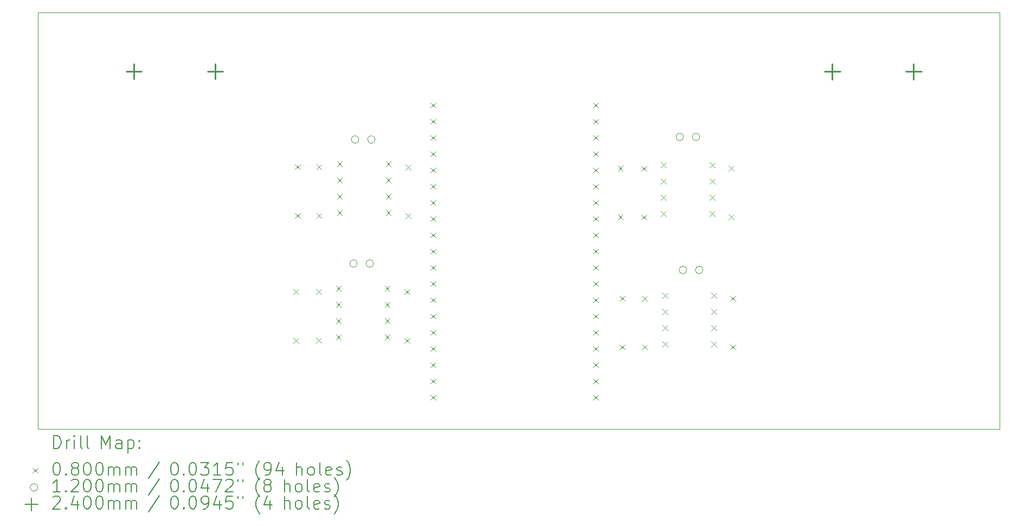
<source format=gbr>
%TF.GenerationSoftware,KiCad,Pcbnew,(7.0.0-0)*%
%TF.CreationDate,2023-03-03T08:57:49+01:00*%
%TF.ProjectId,sensor_circuit_board_esp32,73656e73-6f72-45f6-9369-72637569745f,rev?*%
%TF.SameCoordinates,Original*%
%TF.FileFunction,Drillmap*%
%TF.FilePolarity,Positive*%
%FSLAX45Y45*%
G04 Gerber Fmt 4.5, Leading zero omitted, Abs format (unit mm)*
G04 Created by KiCad (PCBNEW (7.0.0-0)) date 2023-03-03 08:57:49*
%MOMM*%
%LPD*%
G01*
G04 APERTURE LIST*
%ADD10C,0.100000*%
%ADD11C,0.200000*%
%ADD12C,0.080000*%
%ADD13C,0.120000*%
%ADD14C,0.240000*%
G04 APERTURE END LIST*
D10*
X7130000Y-6290000D02*
X22143000Y-6290000D01*
X22143000Y-6290000D02*
X22143000Y-12809000D01*
X22143000Y-12809000D02*
X7130000Y-12809000D01*
X7130000Y-12809000D02*
X7130000Y-6290000D01*
D11*
D12*
X11115200Y-10616800D02*
X11195200Y-10696800D01*
X11195200Y-10616800D02*
X11115200Y-10696800D01*
X11115200Y-11378800D02*
X11195200Y-11458800D01*
X11195200Y-11378800D02*
X11115200Y-11458800D01*
X11142000Y-8665000D02*
X11222000Y-8745000D01*
X11222000Y-8665000D02*
X11142000Y-8745000D01*
X11142000Y-9427000D02*
X11222000Y-9507000D01*
X11222000Y-9427000D02*
X11142000Y-9507000D01*
X11473200Y-10615800D02*
X11553200Y-10695800D01*
X11553200Y-10615800D02*
X11473200Y-10695800D01*
X11473200Y-11377800D02*
X11553200Y-11457800D01*
X11553200Y-11377800D02*
X11473200Y-11457800D01*
X11475000Y-8665000D02*
X11555000Y-8745000D01*
X11555000Y-8665000D02*
X11475000Y-8745000D01*
X11475000Y-9427000D02*
X11555000Y-9507000D01*
X11555000Y-9427000D02*
X11475000Y-9507000D01*
X11782000Y-10566000D02*
X11862000Y-10646000D01*
X11862000Y-10566000D02*
X11782000Y-10646000D01*
X11782000Y-10820000D02*
X11862000Y-10900000D01*
X11862000Y-10820000D02*
X11782000Y-10900000D01*
X11782000Y-11074000D02*
X11862000Y-11154000D01*
X11862000Y-11074000D02*
X11782000Y-11154000D01*
X11782000Y-11328000D02*
X11862000Y-11408000D01*
X11862000Y-11328000D02*
X11782000Y-11408000D01*
X11797000Y-8616000D02*
X11877000Y-8696000D01*
X11877000Y-8616000D02*
X11797000Y-8696000D01*
X11797000Y-8870000D02*
X11877000Y-8950000D01*
X11877000Y-8870000D02*
X11797000Y-8950000D01*
X11797000Y-9124000D02*
X11877000Y-9204000D01*
X11877000Y-9124000D02*
X11797000Y-9204000D01*
X11797000Y-9378000D02*
X11877000Y-9458000D01*
X11877000Y-9378000D02*
X11797000Y-9458000D01*
X12544000Y-10566000D02*
X12624000Y-10646000D01*
X12624000Y-10566000D02*
X12544000Y-10646000D01*
X12544000Y-10820000D02*
X12624000Y-10900000D01*
X12624000Y-10820000D02*
X12544000Y-10900000D01*
X12544000Y-11074000D02*
X12624000Y-11154000D01*
X12624000Y-11074000D02*
X12544000Y-11154000D01*
X12544000Y-11328000D02*
X12624000Y-11408000D01*
X12624000Y-11328000D02*
X12544000Y-11408000D01*
X12559000Y-8616000D02*
X12639000Y-8696000D01*
X12639000Y-8616000D02*
X12559000Y-8696000D01*
X12559000Y-8870000D02*
X12639000Y-8950000D01*
X12639000Y-8870000D02*
X12559000Y-8950000D01*
X12559000Y-9124000D02*
X12639000Y-9204000D01*
X12639000Y-9124000D02*
X12559000Y-9204000D01*
X12559000Y-9378000D02*
X12639000Y-9458000D01*
X12639000Y-9378000D02*
X12559000Y-9458000D01*
X12851200Y-10619800D02*
X12931200Y-10699800D01*
X12931200Y-10619800D02*
X12851200Y-10699800D01*
X12851200Y-11381800D02*
X12931200Y-11461800D01*
X12931200Y-11381800D02*
X12851200Y-11461800D01*
X12870000Y-8667000D02*
X12950000Y-8747000D01*
X12950000Y-8667000D02*
X12870000Y-8747000D01*
X12870000Y-9429000D02*
X12950000Y-9509000D01*
X12950000Y-9429000D02*
X12870000Y-9509000D01*
X13259000Y-7696656D02*
X13339000Y-7776656D01*
X13339000Y-7696656D02*
X13259000Y-7776656D01*
X13259000Y-7950656D02*
X13339000Y-8030656D01*
X13339000Y-7950656D02*
X13259000Y-8030656D01*
X13259000Y-8204656D02*
X13339000Y-8284656D01*
X13339000Y-8204656D02*
X13259000Y-8284656D01*
X13259000Y-8458656D02*
X13339000Y-8538656D01*
X13339000Y-8458656D02*
X13259000Y-8538656D01*
X13259000Y-8712656D02*
X13339000Y-8792656D01*
X13339000Y-8712656D02*
X13259000Y-8792656D01*
X13259000Y-8966656D02*
X13339000Y-9046656D01*
X13339000Y-8966656D02*
X13259000Y-9046656D01*
X13259000Y-9220656D02*
X13339000Y-9300656D01*
X13339000Y-9220656D02*
X13259000Y-9300656D01*
X13259000Y-9474656D02*
X13339000Y-9554656D01*
X13339000Y-9474656D02*
X13259000Y-9554656D01*
X13259000Y-9728656D02*
X13339000Y-9808656D01*
X13339000Y-9728656D02*
X13259000Y-9808656D01*
X13259000Y-9982656D02*
X13339000Y-10062656D01*
X13339000Y-9982656D02*
X13259000Y-10062656D01*
X13259000Y-10236656D02*
X13339000Y-10316656D01*
X13339000Y-10236656D02*
X13259000Y-10316656D01*
X13259000Y-10490656D02*
X13339000Y-10570656D01*
X13339000Y-10490656D02*
X13259000Y-10570656D01*
X13259000Y-10744656D02*
X13339000Y-10824656D01*
X13339000Y-10744656D02*
X13259000Y-10824656D01*
X13259000Y-10998656D02*
X13339000Y-11078656D01*
X13339000Y-10998656D02*
X13259000Y-11078656D01*
X13259000Y-11252656D02*
X13339000Y-11332656D01*
X13339000Y-11252656D02*
X13259000Y-11332656D01*
X13259000Y-11506656D02*
X13339000Y-11586656D01*
X13339000Y-11506656D02*
X13259000Y-11586656D01*
X13259000Y-11760656D02*
X13339000Y-11840656D01*
X13339000Y-11760656D02*
X13259000Y-11840656D01*
X13259000Y-12014656D02*
X13339000Y-12094656D01*
X13339000Y-12014656D02*
X13259000Y-12094656D01*
X13259000Y-12268656D02*
X13339000Y-12348656D01*
X13339000Y-12268656D02*
X13259000Y-12348656D01*
X15798632Y-12014384D02*
X15878632Y-12094384D01*
X15878632Y-12014384D02*
X15798632Y-12094384D01*
X15798632Y-12268384D02*
X15878632Y-12348384D01*
X15878632Y-12268384D02*
X15798632Y-12348384D01*
X15799000Y-7696656D02*
X15879000Y-7776656D01*
X15879000Y-7696656D02*
X15799000Y-7776656D01*
X15799000Y-7950656D02*
X15879000Y-8030656D01*
X15879000Y-7950656D02*
X15799000Y-8030656D01*
X15799000Y-8204656D02*
X15879000Y-8284656D01*
X15879000Y-8204656D02*
X15799000Y-8284656D01*
X15799000Y-8458656D02*
X15879000Y-8538656D01*
X15879000Y-8458656D02*
X15799000Y-8538656D01*
X15799000Y-8712656D02*
X15879000Y-8792656D01*
X15879000Y-8712656D02*
X15799000Y-8792656D01*
X15799000Y-8966656D02*
X15879000Y-9046656D01*
X15879000Y-8966656D02*
X15799000Y-9046656D01*
X15799000Y-9220656D02*
X15879000Y-9300656D01*
X15879000Y-9220656D02*
X15799000Y-9300656D01*
X15799000Y-9474656D02*
X15879000Y-9554656D01*
X15879000Y-9474656D02*
X15799000Y-9554656D01*
X15799000Y-9728656D02*
X15879000Y-9808656D01*
X15879000Y-9728656D02*
X15799000Y-9808656D01*
X15799000Y-9982656D02*
X15879000Y-10062656D01*
X15879000Y-9982656D02*
X15799000Y-10062656D01*
X15799000Y-10236656D02*
X15879000Y-10316656D01*
X15879000Y-10236656D02*
X15799000Y-10316656D01*
X15799000Y-10490656D02*
X15879000Y-10570656D01*
X15879000Y-10490656D02*
X15799000Y-10570656D01*
X15799000Y-10744656D02*
X15879000Y-10824656D01*
X15879000Y-10744656D02*
X15799000Y-10824656D01*
X15799000Y-10998656D02*
X15879000Y-11078656D01*
X15879000Y-10998656D02*
X15799000Y-11078656D01*
X15799000Y-11252656D02*
X15879000Y-11332656D01*
X15879000Y-11252656D02*
X15799000Y-11332656D01*
X15799000Y-11506656D02*
X15879000Y-11586656D01*
X15879000Y-11506656D02*
X15799000Y-11586656D01*
X15799000Y-11760656D02*
X15879000Y-11840656D01*
X15879000Y-11760656D02*
X15799000Y-11840656D01*
X16182800Y-8683200D02*
X16262800Y-8763200D01*
X16262800Y-8683200D02*
X16182800Y-8763200D01*
X16182800Y-9445200D02*
X16262800Y-9525200D01*
X16262800Y-9445200D02*
X16182800Y-9525200D01*
X16212000Y-10721000D02*
X16292000Y-10801000D01*
X16292000Y-10721000D02*
X16212000Y-10801000D01*
X16212000Y-11483000D02*
X16292000Y-11563000D01*
X16292000Y-11483000D02*
X16212000Y-11563000D01*
X16551800Y-8687200D02*
X16631800Y-8767200D01*
X16631800Y-8687200D02*
X16551800Y-8767200D01*
X16551800Y-9449200D02*
X16631800Y-9529200D01*
X16631800Y-9449200D02*
X16551800Y-9529200D01*
X16566000Y-10722000D02*
X16646000Y-10802000D01*
X16646000Y-10722000D02*
X16566000Y-10802000D01*
X16566000Y-11484000D02*
X16646000Y-11564000D01*
X16646000Y-11484000D02*
X16566000Y-11564000D01*
X16857000Y-8635000D02*
X16937000Y-8715000D01*
X16937000Y-8635000D02*
X16857000Y-8715000D01*
X16857000Y-8889000D02*
X16937000Y-8969000D01*
X16937000Y-8889000D02*
X16857000Y-8969000D01*
X16857000Y-9143000D02*
X16937000Y-9223000D01*
X16937000Y-9143000D02*
X16857000Y-9223000D01*
X16857000Y-9397000D02*
X16937000Y-9477000D01*
X16937000Y-9397000D02*
X16857000Y-9477000D01*
X16881000Y-10673000D02*
X16961000Y-10753000D01*
X16961000Y-10673000D02*
X16881000Y-10753000D01*
X16881000Y-10927000D02*
X16961000Y-11007000D01*
X16961000Y-10927000D02*
X16881000Y-11007000D01*
X16881000Y-11181000D02*
X16961000Y-11261000D01*
X16961000Y-11181000D02*
X16881000Y-11261000D01*
X16881000Y-11435000D02*
X16961000Y-11515000D01*
X16961000Y-11435000D02*
X16881000Y-11515000D01*
X17619000Y-8635000D02*
X17699000Y-8715000D01*
X17699000Y-8635000D02*
X17619000Y-8715000D01*
X17619000Y-8889000D02*
X17699000Y-8969000D01*
X17699000Y-8889000D02*
X17619000Y-8969000D01*
X17619000Y-9143000D02*
X17699000Y-9223000D01*
X17699000Y-9143000D02*
X17619000Y-9223000D01*
X17619000Y-9397000D02*
X17699000Y-9477000D01*
X17699000Y-9397000D02*
X17619000Y-9477000D01*
X17643000Y-10673000D02*
X17723000Y-10753000D01*
X17723000Y-10673000D02*
X17643000Y-10753000D01*
X17643000Y-10927000D02*
X17723000Y-11007000D01*
X17723000Y-10927000D02*
X17643000Y-11007000D01*
X17643000Y-11181000D02*
X17723000Y-11261000D01*
X17723000Y-11181000D02*
X17643000Y-11261000D01*
X17643000Y-11435000D02*
X17723000Y-11515000D01*
X17723000Y-11435000D02*
X17643000Y-11515000D01*
X17914800Y-8683200D02*
X17994800Y-8763200D01*
X17994800Y-8683200D02*
X17914800Y-8763200D01*
X17914800Y-9445200D02*
X17994800Y-9525200D01*
X17994800Y-9445200D02*
X17914800Y-9525200D01*
X17941000Y-10720000D02*
X18021000Y-10800000D01*
X18021000Y-10720000D02*
X17941000Y-10800000D01*
X17941000Y-11482000D02*
X18021000Y-11562000D01*
X18021000Y-11482000D02*
X17941000Y-11562000D01*
D13*
X12115200Y-10214800D02*
G75*
G03*
X12115200Y-10214800I-60000J0D01*
G01*
X12140000Y-8275000D02*
G75*
G03*
X12140000Y-8275000I-60000J0D01*
G01*
X12369200Y-10214800D02*
G75*
G03*
X12369200Y-10214800I-60000J0D01*
G01*
X12394000Y-8275000D02*
G75*
G03*
X12394000Y-8275000I-60000J0D01*
G01*
X17210800Y-8233200D02*
G75*
G03*
X17210800Y-8233200I-60000J0D01*
G01*
X17260000Y-10316000D02*
G75*
G03*
X17260000Y-10316000I-60000J0D01*
G01*
X17464800Y-8233200D02*
G75*
G03*
X17464800Y-8233200I-60000J0D01*
G01*
X17514000Y-10316000D02*
G75*
G03*
X17514000Y-10316000I-60000J0D01*
G01*
D14*
X8628000Y-7090000D02*
X8628000Y-7330000D01*
X8508000Y-7210000D02*
X8748000Y-7210000D01*
X9898000Y-7090000D02*
X9898000Y-7330000D01*
X9778000Y-7210000D02*
X10018000Y-7210000D01*
X19534000Y-7093000D02*
X19534000Y-7333000D01*
X19414000Y-7213000D02*
X19654000Y-7213000D01*
X20804000Y-7093000D02*
X20804000Y-7333000D01*
X20684000Y-7213000D02*
X20924000Y-7213000D01*
D11*
X7372619Y-13107476D02*
X7372619Y-12907476D01*
X7372619Y-12907476D02*
X7420238Y-12907476D01*
X7420238Y-12907476D02*
X7448809Y-12917000D01*
X7448809Y-12917000D02*
X7467857Y-12936048D01*
X7467857Y-12936048D02*
X7477381Y-12955095D01*
X7477381Y-12955095D02*
X7486905Y-12993190D01*
X7486905Y-12993190D02*
X7486905Y-13021762D01*
X7486905Y-13021762D02*
X7477381Y-13059857D01*
X7477381Y-13059857D02*
X7467857Y-13078905D01*
X7467857Y-13078905D02*
X7448809Y-13097952D01*
X7448809Y-13097952D02*
X7420238Y-13107476D01*
X7420238Y-13107476D02*
X7372619Y-13107476D01*
X7572619Y-13107476D02*
X7572619Y-12974143D01*
X7572619Y-13012238D02*
X7582143Y-12993190D01*
X7582143Y-12993190D02*
X7591667Y-12983667D01*
X7591667Y-12983667D02*
X7610714Y-12974143D01*
X7610714Y-12974143D02*
X7629762Y-12974143D01*
X7696428Y-13107476D02*
X7696428Y-12974143D01*
X7696428Y-12907476D02*
X7686905Y-12917000D01*
X7686905Y-12917000D02*
X7696428Y-12926524D01*
X7696428Y-12926524D02*
X7705952Y-12917000D01*
X7705952Y-12917000D02*
X7696428Y-12907476D01*
X7696428Y-12907476D02*
X7696428Y-12926524D01*
X7820238Y-13107476D02*
X7801190Y-13097952D01*
X7801190Y-13097952D02*
X7791667Y-13078905D01*
X7791667Y-13078905D02*
X7791667Y-12907476D01*
X7925000Y-13107476D02*
X7905952Y-13097952D01*
X7905952Y-13097952D02*
X7896428Y-13078905D01*
X7896428Y-13078905D02*
X7896428Y-12907476D01*
X8121190Y-13107476D02*
X8121190Y-12907476D01*
X8121190Y-12907476D02*
X8187857Y-13050333D01*
X8187857Y-13050333D02*
X8254524Y-12907476D01*
X8254524Y-12907476D02*
X8254524Y-13107476D01*
X8435476Y-13107476D02*
X8435476Y-13002714D01*
X8435476Y-13002714D02*
X8425952Y-12983667D01*
X8425952Y-12983667D02*
X8406905Y-12974143D01*
X8406905Y-12974143D02*
X8368809Y-12974143D01*
X8368809Y-12974143D02*
X8349762Y-12983667D01*
X8435476Y-13097952D02*
X8416429Y-13107476D01*
X8416429Y-13107476D02*
X8368809Y-13107476D01*
X8368809Y-13107476D02*
X8349762Y-13097952D01*
X8349762Y-13097952D02*
X8340238Y-13078905D01*
X8340238Y-13078905D02*
X8340238Y-13059857D01*
X8340238Y-13059857D02*
X8349762Y-13040809D01*
X8349762Y-13040809D02*
X8368809Y-13031286D01*
X8368809Y-13031286D02*
X8416429Y-13031286D01*
X8416429Y-13031286D02*
X8435476Y-13021762D01*
X8530714Y-12974143D02*
X8530714Y-13174143D01*
X8530714Y-12983667D02*
X8549762Y-12974143D01*
X8549762Y-12974143D02*
X8587857Y-12974143D01*
X8587857Y-12974143D02*
X8606905Y-12983667D01*
X8606905Y-12983667D02*
X8616429Y-12993190D01*
X8616429Y-12993190D02*
X8625952Y-13012238D01*
X8625952Y-13012238D02*
X8625952Y-13069381D01*
X8625952Y-13069381D02*
X8616429Y-13088428D01*
X8616429Y-13088428D02*
X8606905Y-13097952D01*
X8606905Y-13097952D02*
X8587857Y-13107476D01*
X8587857Y-13107476D02*
X8549762Y-13107476D01*
X8549762Y-13107476D02*
X8530714Y-13097952D01*
X8711667Y-13088428D02*
X8721190Y-13097952D01*
X8721190Y-13097952D02*
X8711667Y-13107476D01*
X8711667Y-13107476D02*
X8702143Y-13097952D01*
X8702143Y-13097952D02*
X8711667Y-13088428D01*
X8711667Y-13088428D02*
X8711667Y-13107476D01*
X8711667Y-12983667D02*
X8721190Y-12993190D01*
X8721190Y-12993190D02*
X8711667Y-13002714D01*
X8711667Y-13002714D02*
X8702143Y-12993190D01*
X8702143Y-12993190D02*
X8711667Y-12983667D01*
X8711667Y-12983667D02*
X8711667Y-13002714D01*
D12*
X7045000Y-13414000D02*
X7125000Y-13494000D01*
X7125000Y-13414000D02*
X7045000Y-13494000D01*
D11*
X7410714Y-13327476D02*
X7429762Y-13327476D01*
X7429762Y-13327476D02*
X7448809Y-13337000D01*
X7448809Y-13337000D02*
X7458333Y-13346524D01*
X7458333Y-13346524D02*
X7467857Y-13365571D01*
X7467857Y-13365571D02*
X7477381Y-13403667D01*
X7477381Y-13403667D02*
X7477381Y-13451286D01*
X7477381Y-13451286D02*
X7467857Y-13489381D01*
X7467857Y-13489381D02*
X7458333Y-13508428D01*
X7458333Y-13508428D02*
X7448809Y-13517952D01*
X7448809Y-13517952D02*
X7429762Y-13527476D01*
X7429762Y-13527476D02*
X7410714Y-13527476D01*
X7410714Y-13527476D02*
X7391667Y-13517952D01*
X7391667Y-13517952D02*
X7382143Y-13508428D01*
X7382143Y-13508428D02*
X7372619Y-13489381D01*
X7372619Y-13489381D02*
X7363095Y-13451286D01*
X7363095Y-13451286D02*
X7363095Y-13403667D01*
X7363095Y-13403667D02*
X7372619Y-13365571D01*
X7372619Y-13365571D02*
X7382143Y-13346524D01*
X7382143Y-13346524D02*
X7391667Y-13337000D01*
X7391667Y-13337000D02*
X7410714Y-13327476D01*
X7563095Y-13508428D02*
X7572619Y-13517952D01*
X7572619Y-13517952D02*
X7563095Y-13527476D01*
X7563095Y-13527476D02*
X7553571Y-13517952D01*
X7553571Y-13517952D02*
X7563095Y-13508428D01*
X7563095Y-13508428D02*
X7563095Y-13527476D01*
X7686905Y-13413190D02*
X7667857Y-13403667D01*
X7667857Y-13403667D02*
X7658333Y-13394143D01*
X7658333Y-13394143D02*
X7648809Y-13375095D01*
X7648809Y-13375095D02*
X7648809Y-13365571D01*
X7648809Y-13365571D02*
X7658333Y-13346524D01*
X7658333Y-13346524D02*
X7667857Y-13337000D01*
X7667857Y-13337000D02*
X7686905Y-13327476D01*
X7686905Y-13327476D02*
X7725000Y-13327476D01*
X7725000Y-13327476D02*
X7744048Y-13337000D01*
X7744048Y-13337000D02*
X7753571Y-13346524D01*
X7753571Y-13346524D02*
X7763095Y-13365571D01*
X7763095Y-13365571D02*
X7763095Y-13375095D01*
X7763095Y-13375095D02*
X7753571Y-13394143D01*
X7753571Y-13394143D02*
X7744048Y-13403667D01*
X7744048Y-13403667D02*
X7725000Y-13413190D01*
X7725000Y-13413190D02*
X7686905Y-13413190D01*
X7686905Y-13413190D02*
X7667857Y-13422714D01*
X7667857Y-13422714D02*
X7658333Y-13432238D01*
X7658333Y-13432238D02*
X7648809Y-13451286D01*
X7648809Y-13451286D02*
X7648809Y-13489381D01*
X7648809Y-13489381D02*
X7658333Y-13508428D01*
X7658333Y-13508428D02*
X7667857Y-13517952D01*
X7667857Y-13517952D02*
X7686905Y-13527476D01*
X7686905Y-13527476D02*
X7725000Y-13527476D01*
X7725000Y-13527476D02*
X7744048Y-13517952D01*
X7744048Y-13517952D02*
X7753571Y-13508428D01*
X7753571Y-13508428D02*
X7763095Y-13489381D01*
X7763095Y-13489381D02*
X7763095Y-13451286D01*
X7763095Y-13451286D02*
X7753571Y-13432238D01*
X7753571Y-13432238D02*
X7744048Y-13422714D01*
X7744048Y-13422714D02*
X7725000Y-13413190D01*
X7886905Y-13327476D02*
X7905952Y-13327476D01*
X7905952Y-13327476D02*
X7925000Y-13337000D01*
X7925000Y-13337000D02*
X7934524Y-13346524D01*
X7934524Y-13346524D02*
X7944048Y-13365571D01*
X7944048Y-13365571D02*
X7953571Y-13403667D01*
X7953571Y-13403667D02*
X7953571Y-13451286D01*
X7953571Y-13451286D02*
X7944048Y-13489381D01*
X7944048Y-13489381D02*
X7934524Y-13508428D01*
X7934524Y-13508428D02*
X7925000Y-13517952D01*
X7925000Y-13517952D02*
X7905952Y-13527476D01*
X7905952Y-13527476D02*
X7886905Y-13527476D01*
X7886905Y-13527476D02*
X7867857Y-13517952D01*
X7867857Y-13517952D02*
X7858333Y-13508428D01*
X7858333Y-13508428D02*
X7848809Y-13489381D01*
X7848809Y-13489381D02*
X7839286Y-13451286D01*
X7839286Y-13451286D02*
X7839286Y-13403667D01*
X7839286Y-13403667D02*
X7848809Y-13365571D01*
X7848809Y-13365571D02*
X7858333Y-13346524D01*
X7858333Y-13346524D02*
X7867857Y-13337000D01*
X7867857Y-13337000D02*
X7886905Y-13327476D01*
X8077381Y-13327476D02*
X8096429Y-13327476D01*
X8096429Y-13327476D02*
X8115476Y-13337000D01*
X8115476Y-13337000D02*
X8125000Y-13346524D01*
X8125000Y-13346524D02*
X8134524Y-13365571D01*
X8134524Y-13365571D02*
X8144048Y-13403667D01*
X8144048Y-13403667D02*
X8144048Y-13451286D01*
X8144048Y-13451286D02*
X8134524Y-13489381D01*
X8134524Y-13489381D02*
X8125000Y-13508428D01*
X8125000Y-13508428D02*
X8115476Y-13517952D01*
X8115476Y-13517952D02*
X8096429Y-13527476D01*
X8096429Y-13527476D02*
X8077381Y-13527476D01*
X8077381Y-13527476D02*
X8058333Y-13517952D01*
X8058333Y-13517952D02*
X8048809Y-13508428D01*
X8048809Y-13508428D02*
X8039286Y-13489381D01*
X8039286Y-13489381D02*
X8029762Y-13451286D01*
X8029762Y-13451286D02*
X8029762Y-13403667D01*
X8029762Y-13403667D02*
X8039286Y-13365571D01*
X8039286Y-13365571D02*
X8048809Y-13346524D01*
X8048809Y-13346524D02*
X8058333Y-13337000D01*
X8058333Y-13337000D02*
X8077381Y-13327476D01*
X8229762Y-13527476D02*
X8229762Y-13394143D01*
X8229762Y-13413190D02*
X8239286Y-13403667D01*
X8239286Y-13403667D02*
X8258333Y-13394143D01*
X8258333Y-13394143D02*
X8286905Y-13394143D01*
X8286905Y-13394143D02*
X8305952Y-13403667D01*
X8305952Y-13403667D02*
X8315476Y-13422714D01*
X8315476Y-13422714D02*
X8315476Y-13527476D01*
X8315476Y-13422714D02*
X8325000Y-13403667D01*
X8325000Y-13403667D02*
X8344048Y-13394143D01*
X8344048Y-13394143D02*
X8372619Y-13394143D01*
X8372619Y-13394143D02*
X8391667Y-13403667D01*
X8391667Y-13403667D02*
X8401191Y-13422714D01*
X8401191Y-13422714D02*
X8401191Y-13527476D01*
X8496429Y-13527476D02*
X8496429Y-13394143D01*
X8496429Y-13413190D02*
X8505952Y-13403667D01*
X8505952Y-13403667D02*
X8525000Y-13394143D01*
X8525000Y-13394143D02*
X8553572Y-13394143D01*
X8553572Y-13394143D02*
X8572619Y-13403667D01*
X8572619Y-13403667D02*
X8582143Y-13422714D01*
X8582143Y-13422714D02*
X8582143Y-13527476D01*
X8582143Y-13422714D02*
X8591667Y-13403667D01*
X8591667Y-13403667D02*
X8610714Y-13394143D01*
X8610714Y-13394143D02*
X8639286Y-13394143D01*
X8639286Y-13394143D02*
X8658333Y-13403667D01*
X8658333Y-13403667D02*
X8667857Y-13422714D01*
X8667857Y-13422714D02*
X8667857Y-13527476D01*
X9025952Y-13317952D02*
X8854524Y-13575095D01*
X9250714Y-13327476D02*
X9269762Y-13327476D01*
X9269762Y-13327476D02*
X9288810Y-13337000D01*
X9288810Y-13337000D02*
X9298333Y-13346524D01*
X9298333Y-13346524D02*
X9307857Y-13365571D01*
X9307857Y-13365571D02*
X9317381Y-13403667D01*
X9317381Y-13403667D02*
X9317381Y-13451286D01*
X9317381Y-13451286D02*
X9307857Y-13489381D01*
X9307857Y-13489381D02*
X9298333Y-13508428D01*
X9298333Y-13508428D02*
X9288810Y-13517952D01*
X9288810Y-13517952D02*
X9269762Y-13527476D01*
X9269762Y-13527476D02*
X9250714Y-13527476D01*
X9250714Y-13527476D02*
X9231667Y-13517952D01*
X9231667Y-13517952D02*
X9222143Y-13508428D01*
X9222143Y-13508428D02*
X9212619Y-13489381D01*
X9212619Y-13489381D02*
X9203095Y-13451286D01*
X9203095Y-13451286D02*
X9203095Y-13403667D01*
X9203095Y-13403667D02*
X9212619Y-13365571D01*
X9212619Y-13365571D02*
X9222143Y-13346524D01*
X9222143Y-13346524D02*
X9231667Y-13337000D01*
X9231667Y-13337000D02*
X9250714Y-13327476D01*
X9403095Y-13508428D02*
X9412619Y-13517952D01*
X9412619Y-13517952D02*
X9403095Y-13527476D01*
X9403095Y-13527476D02*
X9393572Y-13517952D01*
X9393572Y-13517952D02*
X9403095Y-13508428D01*
X9403095Y-13508428D02*
X9403095Y-13527476D01*
X9536429Y-13327476D02*
X9555476Y-13327476D01*
X9555476Y-13327476D02*
X9574524Y-13337000D01*
X9574524Y-13337000D02*
X9584048Y-13346524D01*
X9584048Y-13346524D02*
X9593572Y-13365571D01*
X9593572Y-13365571D02*
X9603095Y-13403667D01*
X9603095Y-13403667D02*
X9603095Y-13451286D01*
X9603095Y-13451286D02*
X9593572Y-13489381D01*
X9593572Y-13489381D02*
X9584048Y-13508428D01*
X9584048Y-13508428D02*
X9574524Y-13517952D01*
X9574524Y-13517952D02*
X9555476Y-13527476D01*
X9555476Y-13527476D02*
X9536429Y-13527476D01*
X9536429Y-13527476D02*
X9517381Y-13517952D01*
X9517381Y-13517952D02*
X9507857Y-13508428D01*
X9507857Y-13508428D02*
X9498333Y-13489381D01*
X9498333Y-13489381D02*
X9488810Y-13451286D01*
X9488810Y-13451286D02*
X9488810Y-13403667D01*
X9488810Y-13403667D02*
X9498333Y-13365571D01*
X9498333Y-13365571D02*
X9507857Y-13346524D01*
X9507857Y-13346524D02*
X9517381Y-13337000D01*
X9517381Y-13337000D02*
X9536429Y-13327476D01*
X9669762Y-13327476D02*
X9793572Y-13327476D01*
X9793572Y-13327476D02*
X9726905Y-13403667D01*
X9726905Y-13403667D02*
X9755476Y-13403667D01*
X9755476Y-13403667D02*
X9774524Y-13413190D01*
X9774524Y-13413190D02*
X9784048Y-13422714D01*
X9784048Y-13422714D02*
X9793572Y-13441762D01*
X9793572Y-13441762D02*
X9793572Y-13489381D01*
X9793572Y-13489381D02*
X9784048Y-13508428D01*
X9784048Y-13508428D02*
X9774524Y-13517952D01*
X9774524Y-13517952D02*
X9755476Y-13527476D01*
X9755476Y-13527476D02*
X9698333Y-13527476D01*
X9698333Y-13527476D02*
X9679286Y-13517952D01*
X9679286Y-13517952D02*
X9669762Y-13508428D01*
X9984048Y-13527476D02*
X9869762Y-13527476D01*
X9926905Y-13527476D02*
X9926905Y-13327476D01*
X9926905Y-13327476D02*
X9907857Y-13356048D01*
X9907857Y-13356048D02*
X9888810Y-13375095D01*
X9888810Y-13375095D02*
X9869762Y-13384619D01*
X10165000Y-13327476D02*
X10069762Y-13327476D01*
X10069762Y-13327476D02*
X10060238Y-13422714D01*
X10060238Y-13422714D02*
X10069762Y-13413190D01*
X10069762Y-13413190D02*
X10088810Y-13403667D01*
X10088810Y-13403667D02*
X10136429Y-13403667D01*
X10136429Y-13403667D02*
X10155476Y-13413190D01*
X10155476Y-13413190D02*
X10165000Y-13422714D01*
X10165000Y-13422714D02*
X10174524Y-13441762D01*
X10174524Y-13441762D02*
X10174524Y-13489381D01*
X10174524Y-13489381D02*
X10165000Y-13508428D01*
X10165000Y-13508428D02*
X10155476Y-13517952D01*
X10155476Y-13517952D02*
X10136429Y-13527476D01*
X10136429Y-13527476D02*
X10088810Y-13527476D01*
X10088810Y-13527476D02*
X10069762Y-13517952D01*
X10069762Y-13517952D02*
X10060238Y-13508428D01*
X10250714Y-13327476D02*
X10250714Y-13365571D01*
X10326905Y-13327476D02*
X10326905Y-13365571D01*
X10589762Y-13603667D02*
X10580238Y-13594143D01*
X10580238Y-13594143D02*
X10561191Y-13565571D01*
X10561191Y-13565571D02*
X10551667Y-13546524D01*
X10551667Y-13546524D02*
X10542143Y-13517952D01*
X10542143Y-13517952D02*
X10532619Y-13470333D01*
X10532619Y-13470333D02*
X10532619Y-13432238D01*
X10532619Y-13432238D02*
X10542143Y-13384619D01*
X10542143Y-13384619D02*
X10551667Y-13356048D01*
X10551667Y-13356048D02*
X10561191Y-13337000D01*
X10561191Y-13337000D02*
X10580238Y-13308428D01*
X10580238Y-13308428D02*
X10589762Y-13298905D01*
X10675476Y-13527476D02*
X10713572Y-13527476D01*
X10713572Y-13527476D02*
X10732619Y-13517952D01*
X10732619Y-13517952D02*
X10742143Y-13508428D01*
X10742143Y-13508428D02*
X10761191Y-13479857D01*
X10761191Y-13479857D02*
X10770714Y-13441762D01*
X10770714Y-13441762D02*
X10770714Y-13365571D01*
X10770714Y-13365571D02*
X10761191Y-13346524D01*
X10761191Y-13346524D02*
X10751667Y-13337000D01*
X10751667Y-13337000D02*
X10732619Y-13327476D01*
X10732619Y-13327476D02*
X10694524Y-13327476D01*
X10694524Y-13327476D02*
X10675476Y-13337000D01*
X10675476Y-13337000D02*
X10665953Y-13346524D01*
X10665953Y-13346524D02*
X10656429Y-13365571D01*
X10656429Y-13365571D02*
X10656429Y-13413190D01*
X10656429Y-13413190D02*
X10665953Y-13432238D01*
X10665953Y-13432238D02*
X10675476Y-13441762D01*
X10675476Y-13441762D02*
X10694524Y-13451286D01*
X10694524Y-13451286D02*
X10732619Y-13451286D01*
X10732619Y-13451286D02*
X10751667Y-13441762D01*
X10751667Y-13441762D02*
X10761191Y-13432238D01*
X10761191Y-13432238D02*
X10770714Y-13413190D01*
X10942143Y-13394143D02*
X10942143Y-13527476D01*
X10894524Y-13317952D02*
X10846905Y-13460809D01*
X10846905Y-13460809D02*
X10970714Y-13460809D01*
X11166905Y-13527476D02*
X11166905Y-13327476D01*
X11252619Y-13527476D02*
X11252619Y-13422714D01*
X11252619Y-13422714D02*
X11243095Y-13403667D01*
X11243095Y-13403667D02*
X11224048Y-13394143D01*
X11224048Y-13394143D02*
X11195476Y-13394143D01*
X11195476Y-13394143D02*
X11176429Y-13403667D01*
X11176429Y-13403667D02*
X11166905Y-13413190D01*
X11376429Y-13527476D02*
X11357381Y-13517952D01*
X11357381Y-13517952D02*
X11347857Y-13508428D01*
X11347857Y-13508428D02*
X11338333Y-13489381D01*
X11338333Y-13489381D02*
X11338333Y-13432238D01*
X11338333Y-13432238D02*
X11347857Y-13413190D01*
X11347857Y-13413190D02*
X11357381Y-13403667D01*
X11357381Y-13403667D02*
X11376429Y-13394143D01*
X11376429Y-13394143D02*
X11405000Y-13394143D01*
X11405000Y-13394143D02*
X11424048Y-13403667D01*
X11424048Y-13403667D02*
X11433572Y-13413190D01*
X11433572Y-13413190D02*
X11443095Y-13432238D01*
X11443095Y-13432238D02*
X11443095Y-13489381D01*
X11443095Y-13489381D02*
X11433572Y-13508428D01*
X11433572Y-13508428D02*
X11424048Y-13517952D01*
X11424048Y-13517952D02*
X11405000Y-13527476D01*
X11405000Y-13527476D02*
X11376429Y-13527476D01*
X11557381Y-13527476D02*
X11538333Y-13517952D01*
X11538333Y-13517952D02*
X11528810Y-13498905D01*
X11528810Y-13498905D02*
X11528810Y-13327476D01*
X11709762Y-13517952D02*
X11690714Y-13527476D01*
X11690714Y-13527476D02*
X11652619Y-13527476D01*
X11652619Y-13527476D02*
X11633572Y-13517952D01*
X11633572Y-13517952D02*
X11624048Y-13498905D01*
X11624048Y-13498905D02*
X11624048Y-13422714D01*
X11624048Y-13422714D02*
X11633572Y-13403667D01*
X11633572Y-13403667D02*
X11652619Y-13394143D01*
X11652619Y-13394143D02*
X11690714Y-13394143D01*
X11690714Y-13394143D02*
X11709762Y-13403667D01*
X11709762Y-13403667D02*
X11719286Y-13422714D01*
X11719286Y-13422714D02*
X11719286Y-13441762D01*
X11719286Y-13441762D02*
X11624048Y-13460809D01*
X11795476Y-13517952D02*
X11814524Y-13527476D01*
X11814524Y-13527476D02*
X11852619Y-13527476D01*
X11852619Y-13527476D02*
X11871667Y-13517952D01*
X11871667Y-13517952D02*
X11881191Y-13498905D01*
X11881191Y-13498905D02*
X11881191Y-13489381D01*
X11881191Y-13489381D02*
X11871667Y-13470333D01*
X11871667Y-13470333D02*
X11852619Y-13460809D01*
X11852619Y-13460809D02*
X11824048Y-13460809D01*
X11824048Y-13460809D02*
X11805000Y-13451286D01*
X11805000Y-13451286D02*
X11795476Y-13432238D01*
X11795476Y-13432238D02*
X11795476Y-13422714D01*
X11795476Y-13422714D02*
X11805000Y-13403667D01*
X11805000Y-13403667D02*
X11824048Y-13394143D01*
X11824048Y-13394143D02*
X11852619Y-13394143D01*
X11852619Y-13394143D02*
X11871667Y-13403667D01*
X11947857Y-13603667D02*
X11957381Y-13594143D01*
X11957381Y-13594143D02*
X11976429Y-13565571D01*
X11976429Y-13565571D02*
X11985953Y-13546524D01*
X11985953Y-13546524D02*
X11995476Y-13517952D01*
X11995476Y-13517952D02*
X12005000Y-13470333D01*
X12005000Y-13470333D02*
X12005000Y-13432238D01*
X12005000Y-13432238D02*
X11995476Y-13384619D01*
X11995476Y-13384619D02*
X11985953Y-13356048D01*
X11985953Y-13356048D02*
X11976429Y-13337000D01*
X11976429Y-13337000D02*
X11957381Y-13308428D01*
X11957381Y-13308428D02*
X11947857Y-13298905D01*
D13*
X7125000Y-13718000D02*
G75*
G03*
X7125000Y-13718000I-60000J0D01*
G01*
D11*
X7477381Y-13791476D02*
X7363095Y-13791476D01*
X7420238Y-13791476D02*
X7420238Y-13591476D01*
X7420238Y-13591476D02*
X7401190Y-13620048D01*
X7401190Y-13620048D02*
X7382143Y-13639095D01*
X7382143Y-13639095D02*
X7363095Y-13648619D01*
X7563095Y-13772428D02*
X7572619Y-13781952D01*
X7572619Y-13781952D02*
X7563095Y-13791476D01*
X7563095Y-13791476D02*
X7553571Y-13781952D01*
X7553571Y-13781952D02*
X7563095Y-13772428D01*
X7563095Y-13772428D02*
X7563095Y-13791476D01*
X7648809Y-13610524D02*
X7658333Y-13601000D01*
X7658333Y-13601000D02*
X7677381Y-13591476D01*
X7677381Y-13591476D02*
X7725000Y-13591476D01*
X7725000Y-13591476D02*
X7744048Y-13601000D01*
X7744048Y-13601000D02*
X7753571Y-13610524D01*
X7753571Y-13610524D02*
X7763095Y-13629571D01*
X7763095Y-13629571D02*
X7763095Y-13648619D01*
X7763095Y-13648619D02*
X7753571Y-13677190D01*
X7753571Y-13677190D02*
X7639286Y-13791476D01*
X7639286Y-13791476D02*
X7763095Y-13791476D01*
X7886905Y-13591476D02*
X7905952Y-13591476D01*
X7905952Y-13591476D02*
X7925000Y-13601000D01*
X7925000Y-13601000D02*
X7934524Y-13610524D01*
X7934524Y-13610524D02*
X7944048Y-13629571D01*
X7944048Y-13629571D02*
X7953571Y-13667667D01*
X7953571Y-13667667D02*
X7953571Y-13715286D01*
X7953571Y-13715286D02*
X7944048Y-13753381D01*
X7944048Y-13753381D02*
X7934524Y-13772428D01*
X7934524Y-13772428D02*
X7925000Y-13781952D01*
X7925000Y-13781952D02*
X7905952Y-13791476D01*
X7905952Y-13791476D02*
X7886905Y-13791476D01*
X7886905Y-13791476D02*
X7867857Y-13781952D01*
X7867857Y-13781952D02*
X7858333Y-13772428D01*
X7858333Y-13772428D02*
X7848809Y-13753381D01*
X7848809Y-13753381D02*
X7839286Y-13715286D01*
X7839286Y-13715286D02*
X7839286Y-13667667D01*
X7839286Y-13667667D02*
X7848809Y-13629571D01*
X7848809Y-13629571D02*
X7858333Y-13610524D01*
X7858333Y-13610524D02*
X7867857Y-13601000D01*
X7867857Y-13601000D02*
X7886905Y-13591476D01*
X8077381Y-13591476D02*
X8096429Y-13591476D01*
X8096429Y-13591476D02*
X8115476Y-13601000D01*
X8115476Y-13601000D02*
X8125000Y-13610524D01*
X8125000Y-13610524D02*
X8134524Y-13629571D01*
X8134524Y-13629571D02*
X8144048Y-13667667D01*
X8144048Y-13667667D02*
X8144048Y-13715286D01*
X8144048Y-13715286D02*
X8134524Y-13753381D01*
X8134524Y-13753381D02*
X8125000Y-13772428D01*
X8125000Y-13772428D02*
X8115476Y-13781952D01*
X8115476Y-13781952D02*
X8096429Y-13791476D01*
X8096429Y-13791476D02*
X8077381Y-13791476D01*
X8077381Y-13791476D02*
X8058333Y-13781952D01*
X8058333Y-13781952D02*
X8048809Y-13772428D01*
X8048809Y-13772428D02*
X8039286Y-13753381D01*
X8039286Y-13753381D02*
X8029762Y-13715286D01*
X8029762Y-13715286D02*
X8029762Y-13667667D01*
X8029762Y-13667667D02*
X8039286Y-13629571D01*
X8039286Y-13629571D02*
X8048809Y-13610524D01*
X8048809Y-13610524D02*
X8058333Y-13601000D01*
X8058333Y-13601000D02*
X8077381Y-13591476D01*
X8229762Y-13791476D02*
X8229762Y-13658143D01*
X8229762Y-13677190D02*
X8239286Y-13667667D01*
X8239286Y-13667667D02*
X8258333Y-13658143D01*
X8258333Y-13658143D02*
X8286905Y-13658143D01*
X8286905Y-13658143D02*
X8305952Y-13667667D01*
X8305952Y-13667667D02*
X8315476Y-13686714D01*
X8315476Y-13686714D02*
X8315476Y-13791476D01*
X8315476Y-13686714D02*
X8325000Y-13667667D01*
X8325000Y-13667667D02*
X8344048Y-13658143D01*
X8344048Y-13658143D02*
X8372619Y-13658143D01*
X8372619Y-13658143D02*
X8391667Y-13667667D01*
X8391667Y-13667667D02*
X8401191Y-13686714D01*
X8401191Y-13686714D02*
X8401191Y-13791476D01*
X8496429Y-13791476D02*
X8496429Y-13658143D01*
X8496429Y-13677190D02*
X8505952Y-13667667D01*
X8505952Y-13667667D02*
X8525000Y-13658143D01*
X8525000Y-13658143D02*
X8553572Y-13658143D01*
X8553572Y-13658143D02*
X8572619Y-13667667D01*
X8572619Y-13667667D02*
X8582143Y-13686714D01*
X8582143Y-13686714D02*
X8582143Y-13791476D01*
X8582143Y-13686714D02*
X8591667Y-13667667D01*
X8591667Y-13667667D02*
X8610714Y-13658143D01*
X8610714Y-13658143D02*
X8639286Y-13658143D01*
X8639286Y-13658143D02*
X8658333Y-13667667D01*
X8658333Y-13667667D02*
X8667857Y-13686714D01*
X8667857Y-13686714D02*
X8667857Y-13791476D01*
X9025952Y-13581952D02*
X8854524Y-13839095D01*
X9250714Y-13591476D02*
X9269762Y-13591476D01*
X9269762Y-13591476D02*
X9288810Y-13601000D01*
X9288810Y-13601000D02*
X9298333Y-13610524D01*
X9298333Y-13610524D02*
X9307857Y-13629571D01*
X9307857Y-13629571D02*
X9317381Y-13667667D01*
X9317381Y-13667667D02*
X9317381Y-13715286D01*
X9317381Y-13715286D02*
X9307857Y-13753381D01*
X9307857Y-13753381D02*
X9298333Y-13772428D01*
X9298333Y-13772428D02*
X9288810Y-13781952D01*
X9288810Y-13781952D02*
X9269762Y-13791476D01*
X9269762Y-13791476D02*
X9250714Y-13791476D01*
X9250714Y-13791476D02*
X9231667Y-13781952D01*
X9231667Y-13781952D02*
X9222143Y-13772428D01*
X9222143Y-13772428D02*
X9212619Y-13753381D01*
X9212619Y-13753381D02*
X9203095Y-13715286D01*
X9203095Y-13715286D02*
X9203095Y-13667667D01*
X9203095Y-13667667D02*
X9212619Y-13629571D01*
X9212619Y-13629571D02*
X9222143Y-13610524D01*
X9222143Y-13610524D02*
X9231667Y-13601000D01*
X9231667Y-13601000D02*
X9250714Y-13591476D01*
X9403095Y-13772428D02*
X9412619Y-13781952D01*
X9412619Y-13781952D02*
X9403095Y-13791476D01*
X9403095Y-13791476D02*
X9393572Y-13781952D01*
X9393572Y-13781952D02*
X9403095Y-13772428D01*
X9403095Y-13772428D02*
X9403095Y-13791476D01*
X9536429Y-13591476D02*
X9555476Y-13591476D01*
X9555476Y-13591476D02*
X9574524Y-13601000D01*
X9574524Y-13601000D02*
X9584048Y-13610524D01*
X9584048Y-13610524D02*
X9593572Y-13629571D01*
X9593572Y-13629571D02*
X9603095Y-13667667D01*
X9603095Y-13667667D02*
X9603095Y-13715286D01*
X9603095Y-13715286D02*
X9593572Y-13753381D01*
X9593572Y-13753381D02*
X9584048Y-13772428D01*
X9584048Y-13772428D02*
X9574524Y-13781952D01*
X9574524Y-13781952D02*
X9555476Y-13791476D01*
X9555476Y-13791476D02*
X9536429Y-13791476D01*
X9536429Y-13791476D02*
X9517381Y-13781952D01*
X9517381Y-13781952D02*
X9507857Y-13772428D01*
X9507857Y-13772428D02*
X9498333Y-13753381D01*
X9498333Y-13753381D02*
X9488810Y-13715286D01*
X9488810Y-13715286D02*
X9488810Y-13667667D01*
X9488810Y-13667667D02*
X9498333Y-13629571D01*
X9498333Y-13629571D02*
X9507857Y-13610524D01*
X9507857Y-13610524D02*
X9517381Y-13601000D01*
X9517381Y-13601000D02*
X9536429Y-13591476D01*
X9774524Y-13658143D02*
X9774524Y-13791476D01*
X9726905Y-13581952D02*
X9679286Y-13724809D01*
X9679286Y-13724809D02*
X9803095Y-13724809D01*
X9860238Y-13591476D02*
X9993572Y-13591476D01*
X9993572Y-13591476D02*
X9907857Y-13791476D01*
X10060238Y-13610524D02*
X10069762Y-13601000D01*
X10069762Y-13601000D02*
X10088810Y-13591476D01*
X10088810Y-13591476D02*
X10136429Y-13591476D01*
X10136429Y-13591476D02*
X10155476Y-13601000D01*
X10155476Y-13601000D02*
X10165000Y-13610524D01*
X10165000Y-13610524D02*
X10174524Y-13629571D01*
X10174524Y-13629571D02*
X10174524Y-13648619D01*
X10174524Y-13648619D02*
X10165000Y-13677190D01*
X10165000Y-13677190D02*
X10050714Y-13791476D01*
X10050714Y-13791476D02*
X10174524Y-13791476D01*
X10250714Y-13591476D02*
X10250714Y-13629571D01*
X10326905Y-13591476D02*
X10326905Y-13629571D01*
X10589762Y-13867667D02*
X10580238Y-13858143D01*
X10580238Y-13858143D02*
X10561191Y-13829571D01*
X10561191Y-13829571D02*
X10551667Y-13810524D01*
X10551667Y-13810524D02*
X10542143Y-13781952D01*
X10542143Y-13781952D02*
X10532619Y-13734333D01*
X10532619Y-13734333D02*
X10532619Y-13696238D01*
X10532619Y-13696238D02*
X10542143Y-13648619D01*
X10542143Y-13648619D02*
X10551667Y-13620048D01*
X10551667Y-13620048D02*
X10561191Y-13601000D01*
X10561191Y-13601000D02*
X10580238Y-13572428D01*
X10580238Y-13572428D02*
X10589762Y-13562905D01*
X10694524Y-13677190D02*
X10675476Y-13667667D01*
X10675476Y-13667667D02*
X10665953Y-13658143D01*
X10665953Y-13658143D02*
X10656429Y-13639095D01*
X10656429Y-13639095D02*
X10656429Y-13629571D01*
X10656429Y-13629571D02*
X10665953Y-13610524D01*
X10665953Y-13610524D02*
X10675476Y-13601000D01*
X10675476Y-13601000D02*
X10694524Y-13591476D01*
X10694524Y-13591476D02*
X10732619Y-13591476D01*
X10732619Y-13591476D02*
X10751667Y-13601000D01*
X10751667Y-13601000D02*
X10761191Y-13610524D01*
X10761191Y-13610524D02*
X10770714Y-13629571D01*
X10770714Y-13629571D02*
X10770714Y-13639095D01*
X10770714Y-13639095D02*
X10761191Y-13658143D01*
X10761191Y-13658143D02*
X10751667Y-13667667D01*
X10751667Y-13667667D02*
X10732619Y-13677190D01*
X10732619Y-13677190D02*
X10694524Y-13677190D01*
X10694524Y-13677190D02*
X10675476Y-13686714D01*
X10675476Y-13686714D02*
X10665953Y-13696238D01*
X10665953Y-13696238D02*
X10656429Y-13715286D01*
X10656429Y-13715286D02*
X10656429Y-13753381D01*
X10656429Y-13753381D02*
X10665953Y-13772428D01*
X10665953Y-13772428D02*
X10675476Y-13781952D01*
X10675476Y-13781952D02*
X10694524Y-13791476D01*
X10694524Y-13791476D02*
X10732619Y-13791476D01*
X10732619Y-13791476D02*
X10751667Y-13781952D01*
X10751667Y-13781952D02*
X10761191Y-13772428D01*
X10761191Y-13772428D02*
X10770714Y-13753381D01*
X10770714Y-13753381D02*
X10770714Y-13715286D01*
X10770714Y-13715286D02*
X10761191Y-13696238D01*
X10761191Y-13696238D02*
X10751667Y-13686714D01*
X10751667Y-13686714D02*
X10732619Y-13677190D01*
X10976429Y-13791476D02*
X10976429Y-13591476D01*
X11062143Y-13791476D02*
X11062143Y-13686714D01*
X11062143Y-13686714D02*
X11052619Y-13667667D01*
X11052619Y-13667667D02*
X11033572Y-13658143D01*
X11033572Y-13658143D02*
X11005000Y-13658143D01*
X11005000Y-13658143D02*
X10985953Y-13667667D01*
X10985953Y-13667667D02*
X10976429Y-13677190D01*
X11185952Y-13791476D02*
X11166905Y-13781952D01*
X11166905Y-13781952D02*
X11157381Y-13772428D01*
X11157381Y-13772428D02*
X11147857Y-13753381D01*
X11147857Y-13753381D02*
X11147857Y-13696238D01*
X11147857Y-13696238D02*
X11157381Y-13677190D01*
X11157381Y-13677190D02*
X11166905Y-13667667D01*
X11166905Y-13667667D02*
X11185952Y-13658143D01*
X11185952Y-13658143D02*
X11214524Y-13658143D01*
X11214524Y-13658143D02*
X11233572Y-13667667D01*
X11233572Y-13667667D02*
X11243095Y-13677190D01*
X11243095Y-13677190D02*
X11252619Y-13696238D01*
X11252619Y-13696238D02*
X11252619Y-13753381D01*
X11252619Y-13753381D02*
X11243095Y-13772428D01*
X11243095Y-13772428D02*
X11233572Y-13781952D01*
X11233572Y-13781952D02*
X11214524Y-13791476D01*
X11214524Y-13791476D02*
X11185952Y-13791476D01*
X11366905Y-13791476D02*
X11347857Y-13781952D01*
X11347857Y-13781952D02*
X11338333Y-13762905D01*
X11338333Y-13762905D02*
X11338333Y-13591476D01*
X11519286Y-13781952D02*
X11500238Y-13791476D01*
X11500238Y-13791476D02*
X11462143Y-13791476D01*
X11462143Y-13791476D02*
X11443095Y-13781952D01*
X11443095Y-13781952D02*
X11433572Y-13762905D01*
X11433572Y-13762905D02*
X11433572Y-13686714D01*
X11433572Y-13686714D02*
X11443095Y-13667667D01*
X11443095Y-13667667D02*
X11462143Y-13658143D01*
X11462143Y-13658143D02*
X11500238Y-13658143D01*
X11500238Y-13658143D02*
X11519286Y-13667667D01*
X11519286Y-13667667D02*
X11528810Y-13686714D01*
X11528810Y-13686714D02*
X11528810Y-13705762D01*
X11528810Y-13705762D02*
X11433572Y-13724809D01*
X11605000Y-13781952D02*
X11624048Y-13791476D01*
X11624048Y-13791476D02*
X11662143Y-13791476D01*
X11662143Y-13791476D02*
X11681191Y-13781952D01*
X11681191Y-13781952D02*
X11690714Y-13762905D01*
X11690714Y-13762905D02*
X11690714Y-13753381D01*
X11690714Y-13753381D02*
X11681191Y-13734333D01*
X11681191Y-13734333D02*
X11662143Y-13724809D01*
X11662143Y-13724809D02*
X11633572Y-13724809D01*
X11633572Y-13724809D02*
X11614524Y-13715286D01*
X11614524Y-13715286D02*
X11605000Y-13696238D01*
X11605000Y-13696238D02*
X11605000Y-13686714D01*
X11605000Y-13686714D02*
X11614524Y-13667667D01*
X11614524Y-13667667D02*
X11633572Y-13658143D01*
X11633572Y-13658143D02*
X11662143Y-13658143D01*
X11662143Y-13658143D02*
X11681191Y-13667667D01*
X11757381Y-13867667D02*
X11766905Y-13858143D01*
X11766905Y-13858143D02*
X11785953Y-13829571D01*
X11785953Y-13829571D02*
X11795476Y-13810524D01*
X11795476Y-13810524D02*
X11805000Y-13781952D01*
X11805000Y-13781952D02*
X11814524Y-13734333D01*
X11814524Y-13734333D02*
X11814524Y-13696238D01*
X11814524Y-13696238D02*
X11805000Y-13648619D01*
X11805000Y-13648619D02*
X11795476Y-13620048D01*
X11795476Y-13620048D02*
X11785953Y-13601000D01*
X11785953Y-13601000D02*
X11766905Y-13572428D01*
X11766905Y-13572428D02*
X11757381Y-13562905D01*
X7025000Y-13882000D02*
X7025000Y-14082000D01*
X6925000Y-13982000D02*
X7125000Y-13982000D01*
X7363095Y-13874524D02*
X7372619Y-13865000D01*
X7372619Y-13865000D02*
X7391667Y-13855476D01*
X7391667Y-13855476D02*
X7439286Y-13855476D01*
X7439286Y-13855476D02*
X7458333Y-13865000D01*
X7458333Y-13865000D02*
X7467857Y-13874524D01*
X7467857Y-13874524D02*
X7477381Y-13893571D01*
X7477381Y-13893571D02*
X7477381Y-13912619D01*
X7477381Y-13912619D02*
X7467857Y-13941190D01*
X7467857Y-13941190D02*
X7353571Y-14055476D01*
X7353571Y-14055476D02*
X7477381Y-14055476D01*
X7563095Y-14036428D02*
X7572619Y-14045952D01*
X7572619Y-14045952D02*
X7563095Y-14055476D01*
X7563095Y-14055476D02*
X7553571Y-14045952D01*
X7553571Y-14045952D02*
X7563095Y-14036428D01*
X7563095Y-14036428D02*
X7563095Y-14055476D01*
X7744048Y-13922143D02*
X7744048Y-14055476D01*
X7696428Y-13845952D02*
X7648809Y-13988809D01*
X7648809Y-13988809D02*
X7772619Y-13988809D01*
X7886905Y-13855476D02*
X7905952Y-13855476D01*
X7905952Y-13855476D02*
X7925000Y-13865000D01*
X7925000Y-13865000D02*
X7934524Y-13874524D01*
X7934524Y-13874524D02*
X7944048Y-13893571D01*
X7944048Y-13893571D02*
X7953571Y-13931667D01*
X7953571Y-13931667D02*
X7953571Y-13979286D01*
X7953571Y-13979286D02*
X7944048Y-14017381D01*
X7944048Y-14017381D02*
X7934524Y-14036428D01*
X7934524Y-14036428D02*
X7925000Y-14045952D01*
X7925000Y-14045952D02*
X7905952Y-14055476D01*
X7905952Y-14055476D02*
X7886905Y-14055476D01*
X7886905Y-14055476D02*
X7867857Y-14045952D01*
X7867857Y-14045952D02*
X7858333Y-14036428D01*
X7858333Y-14036428D02*
X7848809Y-14017381D01*
X7848809Y-14017381D02*
X7839286Y-13979286D01*
X7839286Y-13979286D02*
X7839286Y-13931667D01*
X7839286Y-13931667D02*
X7848809Y-13893571D01*
X7848809Y-13893571D02*
X7858333Y-13874524D01*
X7858333Y-13874524D02*
X7867857Y-13865000D01*
X7867857Y-13865000D02*
X7886905Y-13855476D01*
X8077381Y-13855476D02*
X8096429Y-13855476D01*
X8096429Y-13855476D02*
X8115476Y-13865000D01*
X8115476Y-13865000D02*
X8125000Y-13874524D01*
X8125000Y-13874524D02*
X8134524Y-13893571D01*
X8134524Y-13893571D02*
X8144048Y-13931667D01*
X8144048Y-13931667D02*
X8144048Y-13979286D01*
X8144048Y-13979286D02*
X8134524Y-14017381D01*
X8134524Y-14017381D02*
X8125000Y-14036428D01*
X8125000Y-14036428D02*
X8115476Y-14045952D01*
X8115476Y-14045952D02*
X8096429Y-14055476D01*
X8096429Y-14055476D02*
X8077381Y-14055476D01*
X8077381Y-14055476D02*
X8058333Y-14045952D01*
X8058333Y-14045952D02*
X8048809Y-14036428D01*
X8048809Y-14036428D02*
X8039286Y-14017381D01*
X8039286Y-14017381D02*
X8029762Y-13979286D01*
X8029762Y-13979286D02*
X8029762Y-13931667D01*
X8029762Y-13931667D02*
X8039286Y-13893571D01*
X8039286Y-13893571D02*
X8048809Y-13874524D01*
X8048809Y-13874524D02*
X8058333Y-13865000D01*
X8058333Y-13865000D02*
X8077381Y-13855476D01*
X8229762Y-14055476D02*
X8229762Y-13922143D01*
X8229762Y-13941190D02*
X8239286Y-13931667D01*
X8239286Y-13931667D02*
X8258333Y-13922143D01*
X8258333Y-13922143D02*
X8286905Y-13922143D01*
X8286905Y-13922143D02*
X8305952Y-13931667D01*
X8305952Y-13931667D02*
X8315476Y-13950714D01*
X8315476Y-13950714D02*
X8315476Y-14055476D01*
X8315476Y-13950714D02*
X8325000Y-13931667D01*
X8325000Y-13931667D02*
X8344048Y-13922143D01*
X8344048Y-13922143D02*
X8372619Y-13922143D01*
X8372619Y-13922143D02*
X8391667Y-13931667D01*
X8391667Y-13931667D02*
X8401191Y-13950714D01*
X8401191Y-13950714D02*
X8401191Y-14055476D01*
X8496429Y-14055476D02*
X8496429Y-13922143D01*
X8496429Y-13941190D02*
X8505952Y-13931667D01*
X8505952Y-13931667D02*
X8525000Y-13922143D01*
X8525000Y-13922143D02*
X8553572Y-13922143D01*
X8553572Y-13922143D02*
X8572619Y-13931667D01*
X8572619Y-13931667D02*
X8582143Y-13950714D01*
X8582143Y-13950714D02*
X8582143Y-14055476D01*
X8582143Y-13950714D02*
X8591667Y-13931667D01*
X8591667Y-13931667D02*
X8610714Y-13922143D01*
X8610714Y-13922143D02*
X8639286Y-13922143D01*
X8639286Y-13922143D02*
X8658333Y-13931667D01*
X8658333Y-13931667D02*
X8667857Y-13950714D01*
X8667857Y-13950714D02*
X8667857Y-14055476D01*
X9025952Y-13845952D02*
X8854524Y-14103095D01*
X9250714Y-13855476D02*
X9269762Y-13855476D01*
X9269762Y-13855476D02*
X9288810Y-13865000D01*
X9288810Y-13865000D02*
X9298333Y-13874524D01*
X9298333Y-13874524D02*
X9307857Y-13893571D01*
X9307857Y-13893571D02*
X9317381Y-13931667D01*
X9317381Y-13931667D02*
X9317381Y-13979286D01*
X9317381Y-13979286D02*
X9307857Y-14017381D01*
X9307857Y-14017381D02*
X9298333Y-14036428D01*
X9298333Y-14036428D02*
X9288810Y-14045952D01*
X9288810Y-14045952D02*
X9269762Y-14055476D01*
X9269762Y-14055476D02*
X9250714Y-14055476D01*
X9250714Y-14055476D02*
X9231667Y-14045952D01*
X9231667Y-14045952D02*
X9222143Y-14036428D01*
X9222143Y-14036428D02*
X9212619Y-14017381D01*
X9212619Y-14017381D02*
X9203095Y-13979286D01*
X9203095Y-13979286D02*
X9203095Y-13931667D01*
X9203095Y-13931667D02*
X9212619Y-13893571D01*
X9212619Y-13893571D02*
X9222143Y-13874524D01*
X9222143Y-13874524D02*
X9231667Y-13865000D01*
X9231667Y-13865000D02*
X9250714Y-13855476D01*
X9403095Y-14036428D02*
X9412619Y-14045952D01*
X9412619Y-14045952D02*
X9403095Y-14055476D01*
X9403095Y-14055476D02*
X9393572Y-14045952D01*
X9393572Y-14045952D02*
X9403095Y-14036428D01*
X9403095Y-14036428D02*
X9403095Y-14055476D01*
X9536429Y-13855476D02*
X9555476Y-13855476D01*
X9555476Y-13855476D02*
X9574524Y-13865000D01*
X9574524Y-13865000D02*
X9584048Y-13874524D01*
X9584048Y-13874524D02*
X9593572Y-13893571D01*
X9593572Y-13893571D02*
X9603095Y-13931667D01*
X9603095Y-13931667D02*
X9603095Y-13979286D01*
X9603095Y-13979286D02*
X9593572Y-14017381D01*
X9593572Y-14017381D02*
X9584048Y-14036428D01*
X9584048Y-14036428D02*
X9574524Y-14045952D01*
X9574524Y-14045952D02*
X9555476Y-14055476D01*
X9555476Y-14055476D02*
X9536429Y-14055476D01*
X9536429Y-14055476D02*
X9517381Y-14045952D01*
X9517381Y-14045952D02*
X9507857Y-14036428D01*
X9507857Y-14036428D02*
X9498333Y-14017381D01*
X9498333Y-14017381D02*
X9488810Y-13979286D01*
X9488810Y-13979286D02*
X9488810Y-13931667D01*
X9488810Y-13931667D02*
X9498333Y-13893571D01*
X9498333Y-13893571D02*
X9507857Y-13874524D01*
X9507857Y-13874524D02*
X9517381Y-13865000D01*
X9517381Y-13865000D02*
X9536429Y-13855476D01*
X9698333Y-14055476D02*
X9736429Y-14055476D01*
X9736429Y-14055476D02*
X9755476Y-14045952D01*
X9755476Y-14045952D02*
X9765000Y-14036428D01*
X9765000Y-14036428D02*
X9784048Y-14007857D01*
X9784048Y-14007857D02*
X9793572Y-13969762D01*
X9793572Y-13969762D02*
X9793572Y-13893571D01*
X9793572Y-13893571D02*
X9784048Y-13874524D01*
X9784048Y-13874524D02*
X9774524Y-13865000D01*
X9774524Y-13865000D02*
X9755476Y-13855476D01*
X9755476Y-13855476D02*
X9717381Y-13855476D01*
X9717381Y-13855476D02*
X9698333Y-13865000D01*
X9698333Y-13865000D02*
X9688810Y-13874524D01*
X9688810Y-13874524D02*
X9679286Y-13893571D01*
X9679286Y-13893571D02*
X9679286Y-13941190D01*
X9679286Y-13941190D02*
X9688810Y-13960238D01*
X9688810Y-13960238D02*
X9698333Y-13969762D01*
X9698333Y-13969762D02*
X9717381Y-13979286D01*
X9717381Y-13979286D02*
X9755476Y-13979286D01*
X9755476Y-13979286D02*
X9774524Y-13969762D01*
X9774524Y-13969762D02*
X9784048Y-13960238D01*
X9784048Y-13960238D02*
X9793572Y-13941190D01*
X9965000Y-13922143D02*
X9965000Y-14055476D01*
X9917381Y-13845952D02*
X9869762Y-13988809D01*
X9869762Y-13988809D02*
X9993572Y-13988809D01*
X10165000Y-13855476D02*
X10069762Y-13855476D01*
X10069762Y-13855476D02*
X10060238Y-13950714D01*
X10060238Y-13950714D02*
X10069762Y-13941190D01*
X10069762Y-13941190D02*
X10088810Y-13931667D01*
X10088810Y-13931667D02*
X10136429Y-13931667D01*
X10136429Y-13931667D02*
X10155476Y-13941190D01*
X10155476Y-13941190D02*
X10165000Y-13950714D01*
X10165000Y-13950714D02*
X10174524Y-13969762D01*
X10174524Y-13969762D02*
X10174524Y-14017381D01*
X10174524Y-14017381D02*
X10165000Y-14036428D01*
X10165000Y-14036428D02*
X10155476Y-14045952D01*
X10155476Y-14045952D02*
X10136429Y-14055476D01*
X10136429Y-14055476D02*
X10088810Y-14055476D01*
X10088810Y-14055476D02*
X10069762Y-14045952D01*
X10069762Y-14045952D02*
X10060238Y-14036428D01*
X10250714Y-13855476D02*
X10250714Y-13893571D01*
X10326905Y-13855476D02*
X10326905Y-13893571D01*
X10589762Y-14131667D02*
X10580238Y-14122143D01*
X10580238Y-14122143D02*
X10561191Y-14093571D01*
X10561191Y-14093571D02*
X10551667Y-14074524D01*
X10551667Y-14074524D02*
X10542143Y-14045952D01*
X10542143Y-14045952D02*
X10532619Y-13998333D01*
X10532619Y-13998333D02*
X10532619Y-13960238D01*
X10532619Y-13960238D02*
X10542143Y-13912619D01*
X10542143Y-13912619D02*
X10551667Y-13884048D01*
X10551667Y-13884048D02*
X10561191Y-13865000D01*
X10561191Y-13865000D02*
X10580238Y-13836428D01*
X10580238Y-13836428D02*
X10589762Y-13826905D01*
X10751667Y-13922143D02*
X10751667Y-14055476D01*
X10704048Y-13845952D02*
X10656429Y-13988809D01*
X10656429Y-13988809D02*
X10780238Y-13988809D01*
X10976429Y-14055476D02*
X10976429Y-13855476D01*
X11062143Y-14055476D02*
X11062143Y-13950714D01*
X11062143Y-13950714D02*
X11052619Y-13931667D01*
X11052619Y-13931667D02*
X11033572Y-13922143D01*
X11033572Y-13922143D02*
X11005000Y-13922143D01*
X11005000Y-13922143D02*
X10985953Y-13931667D01*
X10985953Y-13931667D02*
X10976429Y-13941190D01*
X11185952Y-14055476D02*
X11166905Y-14045952D01*
X11166905Y-14045952D02*
X11157381Y-14036428D01*
X11157381Y-14036428D02*
X11147857Y-14017381D01*
X11147857Y-14017381D02*
X11147857Y-13960238D01*
X11147857Y-13960238D02*
X11157381Y-13941190D01*
X11157381Y-13941190D02*
X11166905Y-13931667D01*
X11166905Y-13931667D02*
X11185952Y-13922143D01*
X11185952Y-13922143D02*
X11214524Y-13922143D01*
X11214524Y-13922143D02*
X11233572Y-13931667D01*
X11233572Y-13931667D02*
X11243095Y-13941190D01*
X11243095Y-13941190D02*
X11252619Y-13960238D01*
X11252619Y-13960238D02*
X11252619Y-14017381D01*
X11252619Y-14017381D02*
X11243095Y-14036428D01*
X11243095Y-14036428D02*
X11233572Y-14045952D01*
X11233572Y-14045952D02*
X11214524Y-14055476D01*
X11214524Y-14055476D02*
X11185952Y-14055476D01*
X11366905Y-14055476D02*
X11347857Y-14045952D01*
X11347857Y-14045952D02*
X11338333Y-14026905D01*
X11338333Y-14026905D02*
X11338333Y-13855476D01*
X11519286Y-14045952D02*
X11500238Y-14055476D01*
X11500238Y-14055476D02*
X11462143Y-14055476D01*
X11462143Y-14055476D02*
X11443095Y-14045952D01*
X11443095Y-14045952D02*
X11433572Y-14026905D01*
X11433572Y-14026905D02*
X11433572Y-13950714D01*
X11433572Y-13950714D02*
X11443095Y-13931667D01*
X11443095Y-13931667D02*
X11462143Y-13922143D01*
X11462143Y-13922143D02*
X11500238Y-13922143D01*
X11500238Y-13922143D02*
X11519286Y-13931667D01*
X11519286Y-13931667D02*
X11528810Y-13950714D01*
X11528810Y-13950714D02*
X11528810Y-13969762D01*
X11528810Y-13969762D02*
X11433572Y-13988809D01*
X11605000Y-14045952D02*
X11624048Y-14055476D01*
X11624048Y-14055476D02*
X11662143Y-14055476D01*
X11662143Y-14055476D02*
X11681191Y-14045952D01*
X11681191Y-14045952D02*
X11690714Y-14026905D01*
X11690714Y-14026905D02*
X11690714Y-14017381D01*
X11690714Y-14017381D02*
X11681191Y-13998333D01*
X11681191Y-13998333D02*
X11662143Y-13988809D01*
X11662143Y-13988809D02*
X11633572Y-13988809D01*
X11633572Y-13988809D02*
X11614524Y-13979286D01*
X11614524Y-13979286D02*
X11605000Y-13960238D01*
X11605000Y-13960238D02*
X11605000Y-13950714D01*
X11605000Y-13950714D02*
X11614524Y-13931667D01*
X11614524Y-13931667D02*
X11633572Y-13922143D01*
X11633572Y-13922143D02*
X11662143Y-13922143D01*
X11662143Y-13922143D02*
X11681191Y-13931667D01*
X11757381Y-14131667D02*
X11766905Y-14122143D01*
X11766905Y-14122143D02*
X11785953Y-14093571D01*
X11785953Y-14093571D02*
X11795476Y-14074524D01*
X11795476Y-14074524D02*
X11805000Y-14045952D01*
X11805000Y-14045952D02*
X11814524Y-13998333D01*
X11814524Y-13998333D02*
X11814524Y-13960238D01*
X11814524Y-13960238D02*
X11805000Y-13912619D01*
X11805000Y-13912619D02*
X11795476Y-13884048D01*
X11795476Y-13884048D02*
X11785953Y-13865000D01*
X11785953Y-13865000D02*
X11766905Y-13836428D01*
X11766905Y-13836428D02*
X11757381Y-13826905D01*
M02*

</source>
